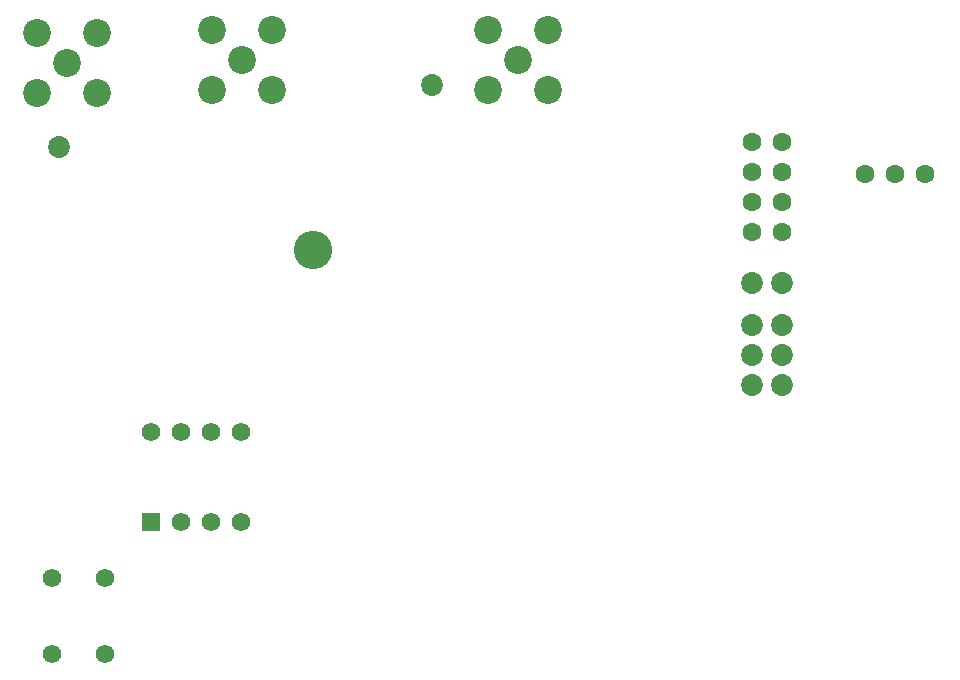
<source format=gbs>
%FSLAX25Y25*%
%MOIN*%
G70*
G01*
G75*
G04 Layer_Color=16711935*
%ADD10C,0.01100*%
%ADD11C,0.01200*%
%ADD12C,0.03937*%
%ADD13R,0.04449X0.05787*%
%ADD14C,0.00945*%
%ADD15R,0.03937X0.02756*%
%ADD16R,0.00984X0.02362*%
%ADD17R,0.02362X0.00984*%
%ADD18R,0.20079X0.20079*%
%ADD19R,0.03347X0.01102*%
%ADD20R,0.06496X0.09449*%
%ADD21O,0.08661X0.02362*%
%ADD22R,0.05512X0.04724*%
%ADD23R,0.01969X0.01969*%
%ADD24R,0.01063X0.03150*%
%ADD25R,0.05079X0.10709*%
%ADD26R,0.03000X0.03000*%
%ADD27R,0.01181X0.01929*%
%ADD28R,0.01181X0.02047*%
%ADD29R,0.05787X0.04449*%
%ADD30R,0.15354X0.24410*%
%ADD31R,0.12992X0.17323*%
%ADD32R,0.03000X0.03000*%
%ADD33R,0.05000X0.02992*%
%ADD34R,0.01969X0.01969*%
%ADD35R,0.05118X0.04921*%
%ADD36R,0.03543X0.03150*%
%ADD37R,0.03100X0.03100*%
%ADD38R,0.00787X0.02658*%
%ADD39R,0.01496X0.06100*%
%ADD40R,0.02992X0.05000*%
%ADD41R,0.01200X0.05300*%
%ADD42R,0.09100X0.07500*%
%ADD43R,0.07100X0.07500*%
%ADD44R,0.09449X0.10236*%
%ADD45R,0.07874X0.04724*%
%ADD46R,0.07874X0.03937*%
%ADD47R,0.11811X0.07874*%
%ADD48C,0.01500*%
%ADD49C,0.00500*%
%ADD50C,0.00800*%
%ADD51C,0.01000*%
%ADD52C,0.02500*%
%ADD53C,0.02000*%
%ADD54C,0.00600*%
%ADD55R,0.05906X0.05906*%
%ADD56C,0.05906*%
%ADD57C,0.07874*%
%ADD58C,0.07000*%
%ADD59C,0.09000*%
%ADD60C,0.12500*%
%ADD61C,0.06000*%
%ADD62C,0.01969*%
%ADD63C,0.03100*%
%ADD64C,0.01400*%
%ADD65C,0.04000*%
%ADD66C,0.05543*%
%ADD67C,0.09874*%
%ADD68C,0.05937*%
%ADD69C,0.07500*%
%ADD70C,0.14500*%
%ADD71C,0.04800*%
%ADD72C,0.03400*%
%ADD73C,0.02700*%
%ADD74C,0.08000*%
%ADD75C,0.02787*%
%ADD76C,0.00984*%
%ADD77C,0.00787*%
%ADD78C,0.02362*%
%ADD79C,0.00394*%
%ADD80C,0.01575*%
%ADD81C,0.01600*%
%ADD82R,0.04331X0.04331*%
%ADD83C,0.11811*%
%ADD84R,0.04749X0.06087*%
%ADD85C,0.01245*%
%ADD86R,0.04237X0.03056*%
%ADD87R,0.20379X0.20379*%
%ADD88R,0.03647X0.01402*%
%ADD89R,0.06796X0.09749*%
%ADD90O,0.08961X0.02662*%
%ADD91R,0.05812X0.05024*%
%ADD92R,0.02269X0.02269*%
%ADD93R,0.01363X0.03450*%
%ADD94R,0.05379X0.11009*%
%ADD95R,0.03300X0.03300*%
%ADD96R,0.01575X0.02323*%
%ADD97R,0.01575X0.02441*%
%ADD98R,0.06087X0.04749*%
%ADD99R,0.15654X0.24710*%
%ADD100R,0.13292X0.17623*%
%ADD101R,0.03300X0.03300*%
%ADD102R,0.05300X0.03292*%
%ADD103R,0.02269X0.02269*%
%ADD104R,0.05418X0.05221*%
%ADD105R,0.03843X0.03450*%
%ADD106R,0.03400X0.03400*%
%ADD107R,0.01087X0.02958*%
%ADD108R,0.01796X0.06400*%
%ADD109R,0.03292X0.05300*%
%ADD110R,0.01500X0.05600*%
%ADD111R,0.09400X0.07800*%
%ADD112R,0.07400X0.07800*%
%ADD113R,0.09749X0.10536*%
%ADD114R,0.08174X0.05024*%
%ADD115R,0.08174X0.04237*%
%ADD116R,0.12111X0.08174*%
%ADD117R,0.06206X0.06206*%
%ADD118C,0.06206*%
%ADD119C,0.07300*%
%ADD120C,0.09300*%
%ADD121C,0.12800*%
%ADD122C,0.06300*%
%ADD123C,0.00300*%
D117*
X44500Y54500D02*
D03*
D118*
Y84500D02*
D03*
X64500Y54500D02*
D03*
X54500D02*
D03*
X74500D02*
D03*
X54500Y84500D02*
D03*
X64500D02*
D03*
X74500D02*
D03*
X29358Y35795D02*
D03*
X11642D02*
D03*
Y10205D02*
D03*
X29358D02*
D03*
D119*
X138300Y199900D02*
D03*
X14000Y179500D02*
D03*
X255000Y120000D02*
D03*
X245000D02*
D03*
X255000Y110000D02*
D03*
X245000D02*
D03*
X255000Y100000D02*
D03*
X245000D02*
D03*
Y134000D02*
D03*
X255000D02*
D03*
D120*
X26500Y197500D02*
D03*
X6500D02*
D03*
Y217500D02*
D03*
X26500D02*
D03*
X16500Y207500D02*
D03*
X177000Y198500D02*
D03*
X157000D02*
D03*
Y218500D02*
D03*
X177000D02*
D03*
X167000Y208500D02*
D03*
X85000Y198500D02*
D03*
X65000D02*
D03*
Y218500D02*
D03*
X85000D02*
D03*
X75000Y208500D02*
D03*
D121*
X98500Y145000D02*
D03*
D122*
X255000Y171000D02*
D03*
Y181000D02*
D03*
Y151000D02*
D03*
Y161000D02*
D03*
X245000Y171000D02*
D03*
Y181000D02*
D03*
Y151000D02*
D03*
Y161000D02*
D03*
X292500Y170500D02*
D03*
X282500D02*
D03*
X302500D02*
D03*
D123*
X306500Y156500D02*
D03*
X290500Y140500D02*
D03*
X306500Y113500D02*
D03*
X290500Y97500D02*
D03*
X306500Y136000D02*
D03*
X290500Y120000D02*
D03*
M02*

</source>
